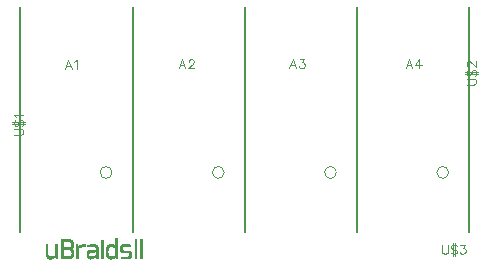
<source format=gto>
G04 DipTrace 3.2.0.1*
G04 td_display_uBraidsII_bigtrans.GTO*
%MOIN*%
G04 #@! TF.FileFunction,Legend,Top*
G04 #@! TF.Part,Single*
%ADD12C,0.001*%
%ADD15C,0.005*%
%ADD17C,0.000013*%
%ADD35C,0.004632*%
%FSLAX26Y26*%
G04*
G70*
G90*
G75*
G01*
G04 TopSilk*
%LPD*%
X699108Y708962D2*
D17*
G02X699108Y708962I19692J0D01*
G01*
X433370Y512097D2*
D15*
Y1260155D1*
X807386Y512097D2*
Y1260155D1*
X1073124Y708962D2*
D17*
G02X1073124Y708962I19692J0D01*
G01*
X807386Y512097D2*
D15*
Y1260155D1*
X1181402Y512097D2*
Y1260155D1*
X1447140Y708962D2*
D17*
G02X1447140Y708962I19692J0D01*
G01*
X1181402Y512097D2*
D15*
Y1260155D1*
X1555417Y512097D2*
Y1260155D1*
X1821156Y708962D2*
D17*
G02X1821156Y708962I19692J0D01*
G01*
X1555417Y512097D2*
D15*
Y1260155D1*
X1929433Y512097D2*
Y1260155D1*
X749839Y491046D2*
D12*
X755839D1*
X749839Y490046D2*
X755839D1*
X749839Y489046D2*
X755839D1*
X749839Y488046D2*
X755839D1*
X749839Y487046D2*
X755839D1*
X567839Y486046D2*
X598839D1*
X749839D2*
X755839D1*
X813839D2*
X819839D1*
X832839D2*
X838839D1*
X567839Y485046D2*
X600642D1*
X749839D2*
X755839D1*
X813839D2*
X819839D1*
X832839D2*
X838839D1*
X567839Y484046D2*
X602223D1*
X749839D2*
X755839D1*
X813839D2*
X819839D1*
X832839D2*
X838839D1*
X567839Y483046D2*
X603523D1*
X700839D2*
X707839D1*
X749839D2*
X755839D1*
X813839D2*
X819839D1*
X832839D2*
X838839D1*
X567839Y482046D2*
X604554D1*
X700839D2*
X707839D1*
X749839D2*
X755839D1*
X813839D2*
X819839D1*
X832839D2*
X838839D1*
X567839Y481046D2*
X605349D1*
X700839D2*
X707839D1*
X749839D2*
X755839D1*
X813839D2*
X819839D1*
X832839D2*
X838839D1*
X567839Y480046D2*
X573839D1*
X596759D2*
X605990D1*
X700839D2*
X707839D1*
X749839D2*
X755839D1*
X813839D2*
X819839D1*
X832839D2*
X838839D1*
X567839Y479046D2*
X573839D1*
X598463D2*
X606547D1*
X700842D2*
X707835D1*
X749839D2*
X755839D1*
X813839D2*
X819839D1*
X832839D2*
X838839D1*
X567839Y478046D2*
X573839D1*
X599813D2*
X607039D1*
X700881D2*
X707797D1*
X749839D2*
X755839D1*
X813839D2*
X819839D1*
X832839D2*
X838839D1*
X567839Y477046D2*
X573839D1*
X600855D2*
X607453D1*
X701035D2*
X707642D1*
X749839D2*
X755839D1*
X813839D2*
X819839D1*
X832839D2*
X838839D1*
X567839Y476046D2*
X573839D1*
X601678D2*
X607808D1*
X701377D2*
X707300D1*
X749839D2*
X755839D1*
X813839D2*
X819839D1*
X832839D2*
X838839D1*
X567839Y475046D2*
X573839D1*
X602249D2*
X608162D1*
X701839D2*
X706839D1*
X749839D2*
X755839D1*
X813839D2*
X819839D1*
X832839D2*
X838839D1*
X567839Y474046D2*
X573839D1*
X602573D2*
X608469D1*
X749839D2*
X755839D1*
X813839D2*
X819839D1*
X832839D2*
X838839D1*
X567839Y473046D2*
X573839D1*
X602729D2*
X608663D1*
X749839D2*
X755839D1*
X813839D2*
X819839D1*
X832839D2*
X838839D1*
X567839Y472046D2*
X573839D1*
X602796D2*
X608764D1*
X749839D2*
X755839D1*
X813839D2*
X819839D1*
X832839D2*
X838839D1*
X567839Y471046D2*
X573839D1*
X602823D2*
X608809D1*
X749839D2*
X755839D1*
X813839D2*
X819839D1*
X832839D2*
X838839D1*
X567839Y470046D2*
X573839D1*
X602833D2*
X608828D1*
X673839D2*
X679839D1*
X749835D2*
X755839D1*
X813839D2*
X819839D1*
X832839D2*
X838839D1*
X517839Y469046D2*
X522839D1*
X548839D2*
X554839D1*
X567839D2*
X573839D1*
X602837D2*
X608835D1*
X618839D2*
X621839D1*
X636839D2*
X647839D1*
X666401D2*
X682254D1*
X701839D2*
X706839D1*
X726839D2*
X739839D1*
X749797D2*
X755839D1*
X771839D2*
X791839D1*
X813839D2*
X819839D1*
X832839D2*
X838839D1*
X517839Y468046D2*
X522839D1*
X548839D2*
X554839D1*
X567839D2*
X573839D1*
X602834D2*
X608833D1*
X618839D2*
X622338D1*
X634377D2*
X647839D1*
X660960D2*
X684339D1*
X701839D2*
X706839D1*
X725377D2*
X743953D1*
X749642D2*
X755839D1*
X770381D2*
X799839D1*
X813839D2*
X819839D1*
X832839D2*
X838839D1*
X517839Y467046D2*
X522839D1*
X548839D2*
X554839D1*
X567839D2*
X573839D1*
X602795D2*
X608799D1*
X618839D2*
X622758D1*
X632086D2*
X647839D1*
X657085D2*
X685951D1*
X701839D2*
X706839D1*
X724094D2*
X747922D1*
X749300D2*
X755839D1*
X769129D2*
X799839D1*
X813839D2*
X819839D1*
X832839D2*
X838839D1*
X517839Y466046D2*
X522839D1*
X548839D2*
X554839D1*
X567839D2*
X573839D1*
X602633D2*
X608672D1*
X618839D2*
X623181D1*
X629902D2*
X647839D1*
X655694D2*
X687109D1*
X701839D2*
X706839D1*
X722983D2*
X755839D1*
X768115D2*
X799839D1*
X813839D2*
X819839D1*
X832839D2*
X838839D1*
X517839Y465046D2*
X522839D1*
X548839D2*
X554839D1*
X567839D2*
X573839D1*
X602258D2*
X608429D1*
X618839D2*
X623659D1*
X627683D2*
X647839D1*
X655229D2*
X688003D1*
X701839D2*
X706839D1*
X722050D2*
X755839D1*
X767329D2*
X799839D1*
X813839D2*
X819839D1*
X832839D2*
X838839D1*
X517839Y464046D2*
X522839D1*
X548839D2*
X554839D1*
X567839D2*
X573839D1*
X601684D2*
X608133D1*
X618839D2*
X624217D1*
X625315D2*
X647839D1*
X654985D2*
X688743D1*
X701839D2*
X706839D1*
X721303D2*
X755839D1*
X766726D2*
X799839D1*
X813839D2*
X819839D1*
X832839D2*
X838839D1*
X517839Y463046D2*
X522839D1*
X548839D2*
X554839D1*
X567839D2*
X573839D1*
X600920D2*
X607796D1*
X618839D2*
X639236D1*
X645839D2*
X647839D1*
X654839D2*
X658839D1*
X681800D2*
X689279D1*
X701839D2*
X706839D1*
X720712D2*
X729919D1*
X739278D2*
X755839D1*
X766296D2*
X774228D1*
X813839D2*
X819839D1*
X832839D2*
X838839D1*
X517839Y462046D2*
X522839D1*
X548839D2*
X554839D1*
X567839D2*
X573839D1*
X599841D2*
X607333D1*
X618839D2*
X635105D1*
X682668D2*
X689622D1*
X701839D2*
X706839D1*
X720254D2*
X728218D1*
X743778D2*
X755839D1*
X766048D2*
X773023D1*
X813839D2*
X819839D1*
X832839D2*
X838839D1*
X517839Y461046D2*
X522839D1*
X548839D2*
X554839D1*
X567839D2*
X573839D1*
X598383D2*
X606751D1*
X618839D2*
X631609D1*
X683390D2*
X689899D1*
X701839D2*
X706839D1*
X719880D2*
X726899D1*
X746823D2*
X755839D1*
X765926D2*
X772226D1*
X813839D2*
X819839D1*
X832839D2*
X838839D1*
X517839Y460046D2*
X522839D1*
X548839D2*
X554839D1*
X567839D2*
X573839D1*
X596663D2*
X606097D1*
X618839D2*
X628769D1*
X683967D2*
X690203D1*
X701839D2*
X706839D1*
X719516D2*
X725949D1*
X748847D2*
X755839D1*
X765873D2*
X771661D1*
X813839D2*
X819839D1*
X832839D2*
X838839D1*
X517839Y459046D2*
X522839D1*
X548839D2*
X554839D1*
X567839D2*
X605251D1*
X618839D2*
X626624D1*
X684386D2*
X690486D1*
X701839D2*
X706839D1*
X719171D2*
X725239D1*
X749477D2*
X755839D1*
X765851D2*
X771264D1*
X813839D2*
X819839D1*
X832839D2*
X838839D1*
X517839Y458046D2*
X522839D1*
X548839D2*
X554839D1*
X567839D2*
X604050D1*
X618839D2*
X624976D1*
X684631D2*
X690670D1*
X701839D2*
X706839D1*
X718848D2*
X724684D1*
X749676D2*
X755839D1*
X765843D2*
X771034D1*
X813839D2*
X819839D1*
X832839D2*
X838839D1*
X517839Y457046D2*
X522839D1*
X548839D2*
X554839D1*
X567839D2*
X602518D1*
X618839D2*
X624290D1*
X684752D2*
X690766D1*
X701839D2*
X706839D1*
X718507D2*
X724279D1*
X749774D2*
X755839D1*
X765840D2*
X770920D1*
X813839D2*
X819839D1*
X832839D2*
X838839D1*
X517839Y456046D2*
X522839D1*
X548839D2*
X554839D1*
X567839D2*
X600839D1*
X618839D2*
X624048D1*
X684805D2*
X690810D1*
X701839D2*
X706839D1*
X718206D2*
X724041D1*
X749815D2*
X755839D1*
X765839D2*
X770874D1*
X813839D2*
X819839D1*
X832839D2*
X838839D1*
X517839Y455046D2*
X522839D1*
X548839D2*
X554839D1*
X567839D2*
X602300D1*
X618839D2*
X623924D1*
X684826D2*
X690828D1*
X701839D2*
X706839D1*
X718013D2*
X723923D1*
X749830D2*
X755839D1*
X765839D2*
X770889D1*
X813839D2*
X819839D1*
X832839D2*
X838839D1*
X517839Y454046D2*
X522839D1*
X548839D2*
X554839D1*
X567839D2*
X603583D1*
X618839D2*
X623871D1*
X684834D2*
X690835D1*
X701839D2*
X706839D1*
X717913D2*
X723868D1*
X749836D2*
X755839D1*
X765839D2*
X771013D1*
X813839D2*
X819839D1*
X832839D2*
X838839D1*
X517839Y453046D2*
X522839D1*
X548839D2*
X554839D1*
X567839D2*
X604694D1*
X618839D2*
X623850D1*
X684837D2*
X690837D1*
X701839D2*
X706839D1*
X717868D2*
X723812D1*
X749838D2*
X755839D1*
X765839D2*
X771297D1*
X813839D2*
X819839D1*
X832839D2*
X838839D1*
X517839Y452046D2*
X522839D1*
X548839D2*
X554839D1*
X567839D2*
X573839D1*
X597604D2*
X605627D1*
X618839D2*
X623843D1*
X684838D2*
X690838D1*
X701839D2*
X706839D1*
X717850D2*
X723676D1*
X749838D2*
X755839D1*
X765842D2*
X771797D1*
X813839D2*
X819839D1*
X832839D2*
X838839D1*
X517839Y451046D2*
X522839D1*
X548839D2*
X554839D1*
X567839D2*
X573839D1*
X599057D2*
X606378D1*
X618839D2*
X623840D1*
X684838D2*
X690838D1*
X701839D2*
X706839D1*
X717842D2*
X723434D1*
X749838D2*
X755839D1*
X765878D2*
X772501D1*
X813839D2*
X819839D1*
X832839D2*
X838839D1*
X517839Y450046D2*
X522839D1*
X548839D2*
X554839D1*
X567839D2*
X573839D1*
X600117D2*
X607000D1*
X618839D2*
X623839D1*
X660839D2*
X690839D1*
X701839D2*
X706839D1*
X717840D2*
X723177D1*
X749839D2*
X755839D1*
X766009D2*
X774217D1*
X813839D2*
X819839D1*
X832839D2*
X838839D1*
X517839Y449046D2*
X522839D1*
X548839D2*
X554839D1*
X567839D2*
X573839D1*
X600891D2*
X607551D1*
X618839D2*
X623839D1*
X659073D2*
X690839D1*
X701839D2*
X706839D1*
X717839D2*
X723002D1*
X749839D2*
X755839D1*
X766288D2*
X776408D1*
X813839D2*
X819839D1*
X832839D2*
X838839D1*
X517839Y448046D2*
X522839D1*
X548839D2*
X554839D1*
X567839D2*
X573839D1*
X601509D2*
X608037D1*
X618839D2*
X623839D1*
X657620D2*
X690839D1*
X701839D2*
X706839D1*
X717839D2*
X722909D1*
X749839D2*
X755839D1*
X766710D2*
X795839D1*
X813839D2*
X819839D1*
X832839D2*
X838839D1*
X517839Y447046D2*
X522839D1*
X548839D2*
X554839D1*
X567839D2*
X573839D1*
X602025D2*
X608414D1*
X618839D2*
X623839D1*
X656560D2*
X690839D1*
X701839D2*
X706839D1*
X717839D2*
X722867D1*
X749839D2*
X755839D1*
X767299D2*
X797296D1*
X813839D2*
X819839D1*
X832839D2*
X838839D1*
X517839Y446046D2*
X522839D1*
X548839D2*
X554839D1*
X567839D2*
X573839D1*
X602448D2*
X608642D1*
X618839D2*
X623839D1*
X655786D2*
X690839D1*
X701839D2*
X706839D1*
X717839D2*
X722849D1*
X749839D2*
X755839D1*
X768130D2*
X798548D1*
X813839D2*
X819839D1*
X832839D2*
X838839D1*
X517839Y445046D2*
X522839D1*
X548839D2*
X554839D1*
X567839D2*
X573839D1*
X602806D2*
X608756D1*
X618839D2*
X623839D1*
X655168D2*
X676839D1*
X684839D2*
X690839D1*
X701839D2*
X706839D1*
X717839D2*
X722846D1*
X749839D2*
X755839D1*
X769318D2*
X799562D1*
X813839D2*
X819839D1*
X832839D2*
X838839D1*
X517839Y444046D2*
X522839D1*
X548839D2*
X554839D1*
X567839D2*
X573839D1*
X603161D2*
X608806D1*
X618839D2*
X623839D1*
X654656D2*
X664274D1*
X684839D2*
X690839D1*
X701839D2*
X706839D1*
X717839D2*
X722879D1*
X749839D2*
X755839D1*
X770947D2*
X800348D1*
X813839D2*
X819839D1*
X832839D2*
X838839D1*
X517839Y443046D2*
X522839D1*
X548839D2*
X554839D1*
X567839D2*
X573839D1*
X603468D2*
X608827D1*
X618839D2*
X623839D1*
X654268D2*
X662267D1*
X684839D2*
X690839D1*
X701839D2*
X706839D1*
X717839D2*
X723006D1*
X749839D2*
X755839D1*
X772839D2*
X800951D1*
X813839D2*
X819839D1*
X832839D2*
X838839D1*
X517839Y442046D2*
X522839D1*
X548839D2*
X554839D1*
X567839D2*
X573839D1*
X603663D2*
X608834D1*
X618839D2*
X623839D1*
X654037D2*
X660763D1*
X684839D2*
X690839D1*
X701839D2*
X706839D1*
X717839D2*
X723245D1*
X749839D2*
X755839D1*
X794680D2*
X801381D1*
X813839D2*
X819839D1*
X832839D2*
X838839D1*
X517839Y441046D2*
X522839D1*
X548839D2*
X554839D1*
X567839D2*
X573839D1*
X603760D2*
X608837D1*
X618839D2*
X623839D1*
X653922D2*
X660127D1*
X684839D2*
X690839D1*
X701839D2*
X706839D1*
X717839D2*
X723501D1*
X749839D2*
X755839D1*
X795393D2*
X801629D1*
X813839D2*
X819839D1*
X832839D2*
X838839D1*
X517839Y440046D2*
X522839D1*
X548839D2*
X554839D1*
X567839D2*
X573839D1*
X603770D2*
X608838D1*
X618839D2*
X623839D1*
X653871D2*
X659623D1*
X684839D2*
X690839D1*
X701839D2*
X706839D1*
X717842D2*
X723675D1*
X749839D2*
X755839D1*
X795968D2*
X801751D1*
X813839D2*
X819839D1*
X832839D2*
X838839D1*
X517839Y439046D2*
X522839D1*
X548839D2*
X554839D1*
X567839D2*
X573839D1*
X603661D2*
X608838D1*
X618839D2*
X623839D1*
X653851D2*
X659250D1*
X684839D2*
X690839D1*
X701839D2*
X706839D1*
X717878D2*
X723772D1*
X749839D2*
X755839D1*
X796387D2*
X801805D1*
X813839D2*
X819839D1*
X832839D2*
X838839D1*
X517839Y438046D2*
X522842D1*
X548839D2*
X554839D1*
X567839D2*
X573839D1*
X603425D2*
X608839D1*
X618839D2*
X623839D1*
X653843D2*
X659028D1*
X684839D2*
X690839D1*
X701839D2*
X706839D1*
X718005D2*
X723850D1*
X749839D2*
X755839D1*
X796631D2*
X801826D1*
X813839D2*
X819839D1*
X832839D2*
X838839D1*
X517839Y437046D2*
X522878D1*
X548839D2*
X554839D1*
X567839D2*
X573839D1*
X603136D2*
X608835D1*
X618839D2*
X623839D1*
X653840D2*
X658918D1*
X684839D2*
X690839D1*
X701839D2*
X706839D1*
X718245D2*
X723995D1*
X749839D2*
X755839D1*
X796752D2*
X801834D1*
X813839D2*
X819839D1*
X832839D2*
X838839D1*
X517839Y436046D2*
X523005D1*
X548831D2*
X554839D1*
X567839D2*
X573839D1*
X602831D2*
X608800D1*
X618839D2*
X623839D1*
X653839D2*
X658874D1*
X684827D2*
X690839D1*
X701839D2*
X706839D1*
X718505D2*
X724245D1*
X749835D2*
X755839D1*
X796805D2*
X801837D1*
X813839D2*
X819839D1*
X832839D2*
X838839D1*
X517842Y435046D2*
X523248D1*
X548753D2*
X554839D1*
X567839D2*
X573839D1*
X602460D2*
X608672D1*
X618839D2*
X623839D1*
X653839D2*
X658889D1*
X684710D2*
X690839D1*
X701839D2*
X706839D1*
X718714D2*
X724543D1*
X749788D2*
X755839D1*
X796822D2*
X801838D1*
X813839D2*
X819839D1*
X832839D2*
X838839D1*
X517878Y434046D2*
X523544D1*
X548565D2*
X554839D1*
X567839D2*
X573839D1*
X601991D2*
X608429D1*
X618839D2*
X623839D1*
X653839D2*
X659013D1*
X684428D2*
X690839D1*
X701839D2*
X706839D1*
X718935D2*
X724884D1*
X749671D2*
X755839D1*
X796795D2*
X801838D1*
X813839D2*
X819839D1*
X832839D2*
X838839D1*
X518009Y433046D2*
X523885D1*
X547602D2*
X554839D1*
X567839D2*
X573839D1*
X601354D2*
X608133D1*
X618839D2*
X623839D1*
X653843D2*
X659289D1*
X683001D2*
X690839D1*
X701839D2*
X706839D1*
X719220D2*
X725383D1*
X749044D2*
X755839D1*
X796663D2*
X801839D1*
X813839D2*
X819839D1*
X832839D2*
X838839D1*
X518284Y432046D2*
X524310D1*
X546040D2*
X554839D1*
X567839D2*
X573839D1*
X600426D2*
X607796D1*
X618839D2*
X623839D1*
X653878D2*
X659738D1*
X680739D2*
X690839D1*
X701839D2*
X706839D1*
X719533D2*
X726120D1*
X747274D2*
X755839D1*
X796346D2*
X801839D1*
X813839D2*
X819839D1*
X832839D2*
X838839D1*
X518671Y431046D2*
X525202D1*
X543534D2*
X554839D1*
X567839D2*
X573839D1*
X599142D2*
X607333D1*
X618839D2*
X623839D1*
X654005D2*
X660337D1*
X677379D2*
X690839D1*
X701839D2*
X706839D1*
X719877D2*
X727035D1*
X744429D2*
X755839D1*
X795877D2*
X801835D1*
X813839D2*
X819839D1*
X832839D2*
X838839D1*
X519124Y430046D2*
X528017D1*
X539312D2*
X554839D1*
X567839D2*
X573839D1*
X597556D2*
X606755D1*
X618839D2*
X623839D1*
X654248D2*
X662359D1*
X672443D2*
X690839D1*
X701839D2*
X706839D1*
X720343D2*
X729390D1*
X739774D2*
X755839D1*
X794807D2*
X801800D1*
X813839D2*
X819839D1*
X832839D2*
X838839D1*
X519640Y429046D2*
X532777D1*
X532780D2*
X554839D1*
X567839D2*
X606140D1*
X618839D2*
X623839D1*
X654544D2*
X665672D1*
X665667D2*
X690839D1*
X701839D2*
X706839D1*
X720921D2*
X733145D1*
X732932D2*
X755839D1*
X793408D2*
X801668D1*
X813839D2*
X819839D1*
X832839D2*
X838839D1*
X520263Y428046D2*
X554839D1*
X567839D2*
X605457D1*
X618839D2*
X623839D1*
X654885D2*
X690839D1*
X701839D2*
X706839D1*
X721537D2*
X755839D1*
X767839D2*
X801390D1*
X813839D2*
X819839D1*
X832839D2*
X838839D1*
X521039Y427046D2*
X546839D1*
X549877D2*
X554839D1*
X567839D2*
X604614D1*
X618839D2*
X623839D1*
X655388D2*
X681676D1*
X684646D2*
X690839D1*
X701839D2*
X706839D1*
X722221D2*
X747835D1*
X750877D2*
X755839D1*
X767839D2*
X800963D1*
X813839D2*
X819839D1*
X832839D2*
X838839D1*
X521968Y426046D2*
X544831D1*
X550006D2*
X554839D1*
X567839D2*
X603512D1*
X618839D2*
X623839D1*
X656139D2*
X679346D1*
X685269D2*
X690839D1*
X701839D2*
X706839D1*
X723071D2*
X745784D1*
X751006D2*
X755839D1*
X767839D2*
X800344D1*
X813839D2*
X819839D1*
X832839D2*
X838839D1*
X523122Y425046D2*
X542755D1*
X550254D2*
X554839D1*
X567839D2*
X602001D1*
X618839D2*
X623839D1*
X657236D2*
X676717D1*
X685759D2*
X690839D1*
X701839D2*
X706839D1*
X724249D2*
X743503D1*
X751254D2*
X755839D1*
X767839D2*
X799435D1*
X813839D2*
X819839D1*
X832839D2*
X838839D1*
X524659Y424046D2*
X540446D1*
X550551D2*
X554839D1*
X567839D2*
X600039D1*
X618839D2*
X623839D1*
X658884D2*
X673581D1*
X686271D2*
X690839D1*
X701839D2*
X706839D1*
X726070D2*
X740637D1*
X751551D2*
X755839D1*
X767839D2*
X798220D1*
X813839D2*
X819839D1*
X832839D2*
X838839D1*
X526632Y423046D2*
X537762D1*
X550839D2*
X554839D1*
X567839D2*
X597839D1*
X618839D2*
X623839D1*
X661181D2*
X669862D1*
X686839D2*
X690839D1*
X701839D2*
X706839D1*
X728715D2*
X736972D1*
X751839D2*
X755839D1*
X774839D2*
X796839D1*
X813839D2*
X819839D1*
X832839D2*
X838839D1*
X528839Y422046D2*
X534839D1*
X663839D2*
X665839D1*
X731839D2*
X732839D1*
X749839Y491046D2*
Y490046D1*
Y489046D1*
Y488046D1*
Y487046D1*
Y486046D1*
Y485046D1*
Y484046D1*
Y483046D1*
Y482046D1*
Y481046D1*
Y480046D1*
Y479046D1*
Y478046D1*
Y477046D1*
Y476046D1*
Y475046D1*
Y474046D1*
Y473046D1*
Y472046D1*
Y471046D1*
X749835Y470046D1*
X749797Y469046D1*
X749642Y468046D1*
X749300Y467046D1*
X748839Y466046D1*
X755839Y491046D2*
Y490046D1*
Y489046D1*
Y488046D1*
Y487046D1*
Y486046D1*
Y485046D1*
Y484046D1*
Y483046D1*
Y482046D1*
Y481046D1*
Y480046D1*
Y479046D1*
Y478046D1*
Y477046D1*
Y476046D1*
Y475046D1*
Y474046D1*
Y473046D1*
Y472046D1*
Y471046D1*
Y470046D1*
Y469046D1*
Y468046D1*
Y467046D1*
Y466046D1*
Y465046D1*
Y464046D1*
Y463046D1*
Y462046D1*
Y461046D1*
Y460046D1*
Y459046D1*
Y458046D1*
Y457046D1*
Y456046D1*
Y455046D1*
Y454046D1*
Y453046D1*
Y452046D1*
Y451046D1*
Y450046D1*
Y449046D1*
Y448046D1*
Y447046D1*
Y446046D1*
Y445046D1*
Y444046D1*
Y443046D1*
Y442046D1*
Y441046D1*
Y440046D1*
Y439046D1*
Y438046D1*
Y437046D1*
Y436046D1*
Y435046D1*
Y434046D1*
Y433046D1*
Y432046D1*
Y431046D1*
Y430046D1*
Y429046D1*
Y428046D1*
Y427046D1*
Y426046D1*
Y425046D1*
Y424046D1*
Y423046D1*
X567839Y486046D2*
Y485046D1*
Y484046D1*
Y483046D1*
Y482046D1*
Y481046D1*
Y480046D1*
Y479046D1*
Y478046D1*
Y477046D1*
Y476046D1*
Y475046D1*
Y474046D1*
Y473046D1*
Y472046D1*
Y471046D1*
Y470046D1*
Y469046D1*
Y468046D1*
Y467046D1*
Y466046D1*
Y465046D1*
Y464046D1*
Y463046D1*
Y462046D1*
Y461046D1*
Y460046D1*
Y459046D1*
Y458046D1*
Y457046D1*
Y456046D1*
Y455046D1*
Y454046D1*
Y453046D1*
Y452046D1*
Y451046D1*
Y450046D1*
Y449046D1*
Y448046D1*
Y447046D1*
Y446046D1*
Y445046D1*
Y444046D1*
Y443046D1*
Y442046D1*
Y441046D1*
Y440046D1*
Y439046D1*
Y438046D1*
Y437046D1*
Y436046D1*
Y435046D1*
Y434046D1*
Y433046D1*
Y432046D1*
Y431046D1*
Y430046D1*
Y429046D1*
Y428046D1*
Y427046D1*
Y426046D1*
Y425046D1*
Y424046D1*
Y423046D1*
X598839Y486046D2*
X600642Y485046D1*
X602223Y484046D1*
X603523Y483046D1*
X604554Y482046D1*
X605349Y481046D1*
X605990Y480046D1*
X606547Y479046D1*
X607039Y478046D1*
X607453Y477046D1*
X607808Y476046D1*
X608162Y475046D1*
X608469Y474046D1*
X608663Y473046D1*
X608764Y472046D1*
X608809Y471046D1*
X608828Y470046D1*
X608835Y469046D1*
X608833Y468046D1*
X608799Y467046D1*
X608672Y466046D1*
X608429Y465046D1*
X608133Y464046D1*
X607796Y463046D1*
X607333Y462046D1*
X606751Y461046D1*
X606097Y460046D1*
X605251Y459046D1*
X604050Y458046D1*
X602518Y457046D1*
X600839Y456046D1*
X602300Y455046D1*
X603583Y454046D1*
X604694Y453046D1*
X605627Y452046D1*
X606378Y451046D1*
X607000Y450046D1*
X607551Y449046D1*
X608037Y448046D1*
X608414Y447046D1*
X608642Y446046D1*
X608756Y445046D1*
X608806Y444046D1*
X608827Y443046D1*
X608834Y442046D1*
X608837Y441046D1*
X608838Y440046D1*
Y439046D1*
X608839Y438046D1*
X608835Y437046D1*
X608800Y436046D1*
X608672Y435046D1*
X608429Y434046D1*
X608133Y433046D1*
X607796Y432046D1*
X607333Y431046D1*
X606755Y430046D1*
X606140Y429046D1*
X605457Y428046D1*
X604614Y427046D1*
X603512Y426046D1*
X602001Y425046D1*
X600039Y424046D1*
X597839Y423046D1*
X813839Y486046D2*
Y485046D1*
Y484046D1*
Y483046D1*
Y482046D1*
Y481046D1*
Y480046D1*
Y479046D1*
Y478046D1*
Y477046D1*
Y476046D1*
Y475046D1*
Y474046D1*
Y473046D1*
Y472046D1*
Y471046D1*
Y470046D1*
Y469046D1*
Y468046D1*
Y467046D1*
Y466046D1*
Y465046D1*
Y464046D1*
Y463046D1*
Y462046D1*
Y461046D1*
Y460046D1*
Y459046D1*
Y458046D1*
Y457046D1*
Y456046D1*
Y455046D1*
Y454046D1*
Y453046D1*
Y452046D1*
Y451046D1*
Y450046D1*
Y449046D1*
Y448046D1*
Y447046D1*
Y446046D1*
Y445046D1*
Y444046D1*
Y443046D1*
Y442046D1*
Y441046D1*
Y440046D1*
Y439046D1*
Y438046D1*
Y437046D1*
Y436046D1*
Y435046D1*
Y434046D1*
Y433046D1*
Y432046D1*
Y431046D1*
Y430046D1*
Y429046D1*
Y428046D1*
Y427046D1*
Y426046D1*
Y425046D1*
Y424046D1*
Y423046D1*
X819839Y486046D2*
Y485046D1*
Y484046D1*
Y483046D1*
Y482046D1*
Y481046D1*
Y480046D1*
Y479046D1*
Y478046D1*
Y477046D1*
Y476046D1*
Y475046D1*
Y474046D1*
Y473046D1*
Y472046D1*
Y471046D1*
Y470046D1*
Y469046D1*
Y468046D1*
Y467046D1*
Y466046D1*
Y465046D1*
Y464046D1*
Y463046D1*
Y462046D1*
Y461046D1*
Y460046D1*
Y459046D1*
Y458046D1*
Y457046D1*
Y456046D1*
Y455046D1*
Y454046D1*
Y453046D1*
Y452046D1*
Y451046D1*
Y450046D1*
Y449046D1*
Y448046D1*
Y447046D1*
Y446046D1*
Y445046D1*
Y444046D1*
Y443046D1*
Y442046D1*
Y441046D1*
Y440046D1*
Y439046D1*
Y438046D1*
Y437046D1*
Y436046D1*
Y435046D1*
Y434046D1*
Y433046D1*
Y432046D1*
Y431046D1*
Y430046D1*
Y429046D1*
Y428046D1*
Y427046D1*
Y426046D1*
Y425046D1*
Y424046D1*
Y423046D1*
X832839Y486046D2*
Y485046D1*
Y484046D1*
Y483046D1*
Y482046D1*
Y481046D1*
Y480046D1*
Y479046D1*
Y478046D1*
Y477046D1*
Y476046D1*
Y475046D1*
Y474046D1*
Y473046D1*
Y472046D1*
Y471046D1*
Y470046D1*
Y469046D1*
Y468046D1*
Y467046D1*
Y466046D1*
Y465046D1*
Y464046D1*
Y463046D1*
Y462046D1*
Y461046D1*
Y460046D1*
Y459046D1*
Y458046D1*
Y457046D1*
Y456046D1*
Y455046D1*
Y454046D1*
Y453046D1*
Y452046D1*
Y451046D1*
Y450046D1*
Y449046D1*
Y448046D1*
Y447046D1*
Y446046D1*
Y445046D1*
Y444046D1*
Y443046D1*
Y442046D1*
Y441046D1*
Y440046D1*
Y439046D1*
Y438046D1*
Y437046D1*
Y436046D1*
Y435046D1*
Y434046D1*
Y433046D1*
Y432046D1*
Y431046D1*
Y430046D1*
Y429046D1*
Y428046D1*
Y427046D1*
Y426046D1*
Y425046D1*
Y424046D1*
Y423046D1*
X838839Y486046D2*
Y485046D1*
Y484046D1*
Y483046D1*
Y482046D1*
Y481046D1*
Y480046D1*
Y479046D1*
Y478046D1*
Y477046D1*
Y476046D1*
Y475046D1*
Y474046D1*
Y473046D1*
Y472046D1*
Y471046D1*
Y470046D1*
Y469046D1*
Y468046D1*
Y467046D1*
Y466046D1*
Y465046D1*
Y464046D1*
Y463046D1*
Y462046D1*
Y461046D1*
Y460046D1*
Y459046D1*
Y458046D1*
Y457046D1*
Y456046D1*
Y455046D1*
Y454046D1*
Y453046D1*
Y452046D1*
Y451046D1*
Y450046D1*
Y449046D1*
Y448046D1*
Y447046D1*
Y446046D1*
Y445046D1*
Y444046D1*
Y443046D1*
Y442046D1*
Y441046D1*
Y440046D1*
Y439046D1*
Y438046D1*
Y437046D1*
Y436046D1*
Y435046D1*
Y434046D1*
Y433046D1*
Y432046D1*
Y431046D1*
Y430046D1*
Y429046D1*
Y428046D1*
Y427046D1*
Y426046D1*
Y425046D1*
Y424046D1*
Y423046D1*
X700839Y483046D2*
Y482046D1*
Y481046D1*
Y480046D1*
X700842Y479046D1*
X700881Y478046D1*
X701035Y477046D1*
X701377Y476046D1*
X701839Y475046D1*
X707839Y483046D2*
Y482046D1*
Y481046D1*
Y480046D1*
X707835Y479046D1*
X707797Y478046D1*
X707642Y477046D1*
X707300Y476046D1*
X706839Y475046D1*
X573839Y481046D2*
Y480046D1*
Y479046D1*
Y478046D1*
Y477046D1*
Y476046D1*
Y475046D1*
Y474046D1*
Y473046D1*
Y472046D1*
Y471046D1*
Y470046D1*
Y469046D1*
Y468046D1*
Y467046D1*
Y466046D1*
Y465046D1*
Y464046D1*
Y463046D1*
Y462046D1*
Y461046D1*
Y460046D1*
Y459046D1*
X594839Y481046D2*
X596759Y480046D1*
X598463Y479046D1*
X599813Y478046D1*
X600855Y477046D1*
X601678Y476046D1*
X602249Y475046D1*
X602573Y474046D1*
X602729Y473046D1*
X602796Y472046D1*
X602823Y471046D1*
X602833Y470046D1*
X602837Y469046D1*
X602834Y468046D1*
X602795Y467046D1*
X602633Y466046D1*
X602258Y465046D1*
X601684Y464046D1*
X600920Y463046D1*
X599841Y462046D1*
X598383Y461046D1*
X596663Y460046D1*
X594839Y459046D1*
X673839Y470046D2*
X666401Y469046D1*
X660960Y468046D1*
X657085Y467046D1*
X655694Y466046D1*
X655229Y465046D1*
X654985Y464046D1*
X654839Y463046D1*
X679839Y470046D2*
X682254Y469046D1*
X684339Y468046D1*
X685951Y467046D1*
X687109Y466046D1*
X688003Y465046D1*
X688743Y464046D1*
X689279Y463046D1*
X689622Y462046D1*
X689899Y461046D1*
X690203Y460046D1*
X690486Y459046D1*
X690670Y458046D1*
X690766Y457046D1*
X690810Y456046D1*
X690828Y455046D1*
X690835Y454046D1*
X690837Y453046D1*
X690838Y452046D1*
Y451046D1*
X690839Y450046D1*
Y449046D1*
Y448046D1*
Y447046D1*
Y446046D1*
Y445046D1*
Y444046D1*
Y443046D1*
Y442046D1*
Y441046D1*
Y440046D1*
Y439046D1*
Y438046D1*
Y437046D1*
Y436046D1*
Y435046D1*
Y434046D1*
Y433046D1*
Y432046D1*
Y431046D1*
Y430046D1*
Y429046D1*
Y428046D1*
Y427046D1*
Y426046D1*
Y425046D1*
Y424046D1*
Y423046D1*
X517839Y469046D2*
Y468046D1*
Y467046D1*
Y466046D1*
Y465046D1*
Y464046D1*
Y463046D1*
Y462046D1*
Y461046D1*
Y460046D1*
Y459046D1*
Y458046D1*
Y457046D1*
Y456046D1*
Y455046D1*
Y454046D1*
Y453046D1*
Y452046D1*
Y451046D1*
Y450046D1*
Y449046D1*
Y448046D1*
Y447046D1*
Y446046D1*
Y445046D1*
Y444046D1*
Y443046D1*
Y442046D1*
Y441046D1*
Y440046D1*
Y439046D1*
Y438046D1*
Y437046D1*
Y436046D1*
X517842Y435046D1*
X517878Y434046D1*
X518009Y433046D1*
X518284Y432046D1*
X518671Y431046D1*
X519124Y430046D1*
X519640Y429046D1*
X520263Y428046D1*
X521039Y427046D1*
X521968Y426046D1*
X523122Y425046D1*
X524659Y424046D1*
X526632Y423046D1*
X528839Y422046D1*
X522839Y469046D2*
Y468046D1*
Y467046D1*
Y466046D1*
Y465046D1*
Y464046D1*
Y463046D1*
Y462046D1*
Y461046D1*
Y460046D1*
Y459046D1*
Y458046D1*
Y457046D1*
Y456046D1*
Y455046D1*
Y454046D1*
Y453046D1*
Y452046D1*
Y451046D1*
Y450046D1*
Y449046D1*
Y448046D1*
Y447046D1*
Y446046D1*
Y445046D1*
Y444046D1*
Y443046D1*
Y442046D1*
Y441046D1*
Y440046D1*
Y439046D1*
X522842Y438046D1*
X522878Y437046D1*
X523005Y436046D1*
X523248Y435046D1*
X523544Y434046D1*
X523885Y433046D1*
X524310Y432046D1*
X525202Y431046D1*
X528017Y430046D1*
X532777Y429046D1*
X538839Y428046D1*
X548839Y469046D2*
Y468046D1*
Y467046D1*
Y466046D1*
Y465046D1*
Y464046D1*
Y463046D1*
Y462046D1*
Y461046D1*
Y460046D1*
Y459046D1*
Y458046D1*
Y457046D1*
Y456046D1*
Y455046D1*
Y454046D1*
Y453046D1*
Y452046D1*
Y451046D1*
Y450046D1*
Y449046D1*
Y448046D1*
Y447046D1*
Y446046D1*
Y445046D1*
Y444046D1*
Y443046D1*
Y442046D1*
Y441046D1*
Y440046D1*
Y439046D1*
Y438046D1*
Y437046D1*
X548831Y436046D1*
X548753Y435046D1*
X548565Y434046D1*
X547602Y433046D1*
X546040Y432046D1*
X543534Y431046D1*
X539312Y430046D1*
X532780Y429046D1*
X524839Y428046D1*
X554839Y469046D2*
Y468046D1*
Y467046D1*
Y466046D1*
Y465046D1*
Y464046D1*
Y463046D1*
Y462046D1*
Y461046D1*
Y460046D1*
Y459046D1*
Y458046D1*
Y457046D1*
Y456046D1*
Y455046D1*
Y454046D1*
Y453046D1*
Y452046D1*
Y451046D1*
Y450046D1*
Y449046D1*
Y448046D1*
Y447046D1*
Y446046D1*
Y445046D1*
Y444046D1*
Y443046D1*
Y442046D1*
Y441046D1*
Y440046D1*
Y439046D1*
Y438046D1*
Y437046D1*
Y436046D1*
Y435046D1*
Y434046D1*
Y433046D1*
Y432046D1*
Y431046D1*
Y430046D1*
Y429046D1*
Y428046D1*
Y427046D1*
Y426046D1*
Y425046D1*
Y424046D1*
Y423046D1*
X618839Y469046D2*
Y468046D1*
Y467046D1*
Y466046D1*
Y465046D1*
Y464046D1*
Y463046D1*
Y462046D1*
Y461046D1*
Y460046D1*
Y459046D1*
Y458046D1*
Y457046D1*
Y456046D1*
Y455046D1*
Y454046D1*
Y453046D1*
Y452046D1*
Y451046D1*
Y450046D1*
Y449046D1*
Y448046D1*
Y447046D1*
Y446046D1*
Y445046D1*
Y444046D1*
Y443046D1*
Y442046D1*
Y441046D1*
Y440046D1*
Y439046D1*
Y438046D1*
Y437046D1*
Y436046D1*
Y435046D1*
Y434046D1*
Y433046D1*
Y432046D1*
Y431046D1*
Y430046D1*
Y429046D1*
Y428046D1*
Y427046D1*
Y426046D1*
Y425046D1*
Y424046D1*
Y423046D1*
X621839Y469046D2*
X622338Y468046D1*
X622758Y467046D1*
X623181Y466046D1*
X623659Y465046D1*
X624217Y464046D1*
X624839Y463046D1*
X636839Y469046D2*
X634377Y468046D1*
X632086Y467046D1*
X629902Y466046D1*
X627683Y465046D1*
X625315Y464046D1*
X622839Y463046D1*
X647839Y469046D2*
Y468046D1*
Y467046D1*
Y466046D1*
Y465046D1*
Y464046D1*
Y463046D1*
X701839Y469046D2*
Y468046D1*
Y467046D1*
Y466046D1*
Y465046D1*
Y464046D1*
Y463046D1*
Y462046D1*
Y461046D1*
Y460046D1*
Y459046D1*
Y458046D1*
Y457046D1*
Y456046D1*
Y455046D1*
Y454046D1*
Y453046D1*
Y452046D1*
Y451046D1*
Y450046D1*
Y449046D1*
Y448046D1*
Y447046D1*
Y446046D1*
Y445046D1*
Y444046D1*
Y443046D1*
Y442046D1*
Y441046D1*
Y440046D1*
Y439046D1*
Y438046D1*
Y437046D1*
Y436046D1*
Y435046D1*
Y434046D1*
Y433046D1*
Y432046D1*
Y431046D1*
Y430046D1*
Y429046D1*
Y428046D1*
Y427046D1*
Y426046D1*
Y425046D1*
Y424046D1*
Y423046D1*
X706839Y469046D2*
Y468046D1*
Y467046D1*
Y466046D1*
Y465046D1*
Y464046D1*
Y463046D1*
Y462046D1*
Y461046D1*
Y460046D1*
Y459046D1*
Y458046D1*
Y457046D1*
Y456046D1*
Y455046D1*
Y454046D1*
Y453046D1*
Y452046D1*
Y451046D1*
Y450046D1*
Y449046D1*
Y448046D1*
Y447046D1*
Y446046D1*
Y445046D1*
Y444046D1*
Y443046D1*
Y442046D1*
Y441046D1*
Y440046D1*
Y439046D1*
Y438046D1*
Y437046D1*
Y436046D1*
Y435046D1*
Y434046D1*
Y433046D1*
Y432046D1*
Y431046D1*
Y430046D1*
Y429046D1*
Y428046D1*
Y427046D1*
Y426046D1*
Y425046D1*
Y424046D1*
Y423046D1*
X726839Y469046D2*
X725377Y468046D1*
X724094Y467046D1*
X722983Y466046D1*
X722050Y465046D1*
X721303Y464046D1*
X720712Y463046D1*
X720254Y462046D1*
X719880Y461046D1*
X719516Y460046D1*
X719171Y459046D1*
X718848Y458046D1*
X718507Y457046D1*
X718206Y456046D1*
X718013Y455046D1*
X717913Y454046D1*
X717868Y453046D1*
X717850Y452046D1*
X717842Y451046D1*
X717840Y450046D1*
X717839Y449046D1*
Y448046D1*
Y447046D1*
Y446046D1*
Y445046D1*
Y444046D1*
Y443046D1*
Y442046D1*
Y441046D1*
X717842Y440046D1*
X717878Y439046D1*
X718005Y438046D1*
X718245Y437046D1*
X718505Y436046D1*
X718714Y435046D1*
X718935Y434046D1*
X719220Y433046D1*
X719533Y432046D1*
X719877Y431046D1*
X720343Y430046D1*
X720921Y429046D1*
X721537Y428046D1*
X722221Y427046D1*
X723071Y426046D1*
X724249Y425046D1*
X726070Y424046D1*
X728715Y423046D1*
X731839Y422046D1*
X739839Y469046D2*
X743953Y468046D1*
X747922Y467046D1*
X751839Y466046D1*
X771839Y469046D2*
X770381Y468046D1*
X769129Y467046D1*
X768115Y466046D1*
X767329Y465046D1*
X766726Y464046D1*
X766296Y463046D1*
X766048Y462046D1*
X765926Y461046D1*
X765873Y460046D1*
X765851Y459046D1*
X765843Y458046D1*
X765840Y457046D1*
X765839Y456046D1*
Y455046D1*
Y454046D1*
Y453046D1*
X765842Y452046D1*
X765878Y451046D1*
X766009Y450046D1*
X766288Y449046D1*
X766710Y448046D1*
X767299Y447046D1*
X768130Y446046D1*
X769318Y445046D1*
X770947Y444046D1*
X772839Y443046D1*
X791839Y469046D2*
X799839Y468046D1*
Y467046D1*
Y466046D1*
Y465046D1*
Y464046D1*
X643839D2*
X639236Y463046D1*
X635105Y462046D1*
X631609Y461046D1*
X628769Y460046D1*
X626624Y459046D1*
X624976Y458046D1*
X624290Y457046D1*
X624048Y456046D1*
X623924Y455046D1*
X623871Y454046D1*
X623850Y453046D1*
X623843Y452046D1*
X623840Y451046D1*
X623839Y450046D1*
Y449046D1*
Y448046D1*
Y447046D1*
Y446046D1*
Y445046D1*
Y444046D1*
Y443046D1*
Y442046D1*
Y441046D1*
Y440046D1*
Y439046D1*
Y438046D1*
Y437046D1*
Y436046D1*
Y435046D1*
Y434046D1*
Y433046D1*
Y432046D1*
Y431046D1*
Y430046D1*
Y429046D1*
Y428046D1*
Y427046D1*
Y426046D1*
Y425046D1*
Y424046D1*
Y423046D1*
X644839Y464046D2*
X645839Y463046D1*
X659839Y464046D2*
X658839Y463046D1*
X680839Y464046D2*
X681800Y463046D1*
X682668Y462046D1*
X683390Y461046D1*
X683967Y460046D1*
X684386Y459046D1*
X684631Y458046D1*
X684752Y457046D1*
X684805Y456046D1*
X684826Y455046D1*
X684834Y454046D1*
X684837Y453046D1*
X684838Y452046D1*
Y451046D1*
X684839Y450046D1*
X731839Y464046D2*
X729919Y463046D1*
X728218Y462046D1*
X726899Y461046D1*
X725949Y460046D1*
X725239Y459046D1*
X724684Y458046D1*
X724279Y457046D1*
X724041Y456046D1*
X723923Y455046D1*
X723868Y454046D1*
X723812Y453046D1*
X723676Y452046D1*
X723434Y451046D1*
X723177Y450046D1*
X723002Y449046D1*
X722909Y448046D1*
X722867Y447046D1*
X722849Y446046D1*
X722846Y445046D1*
X722879Y444046D1*
X723006Y443046D1*
X723245Y442046D1*
X723501Y441046D1*
X723675Y440046D1*
X723772Y439046D1*
X723850Y438046D1*
X723995Y437046D1*
X724245Y436046D1*
X724543Y435046D1*
X724884Y434046D1*
X725383Y433046D1*
X726120Y432046D1*
X727035Y431046D1*
X729390Y430046D1*
X733145Y429046D1*
X737839Y428046D1*
X733839Y464046D2*
X739278Y463046D1*
X743778Y462046D1*
X746823Y461046D1*
X748847Y460046D1*
X749477Y459046D1*
X749676Y458046D1*
X749774Y457046D1*
X749815Y456046D1*
X749830Y455046D1*
X749836Y454046D1*
X749838Y453046D1*
Y452046D1*
Y451046D1*
X749839Y450046D1*
Y449046D1*
Y448046D1*
Y447046D1*
Y446046D1*
Y445046D1*
Y444046D1*
Y443046D1*
Y442046D1*
Y441046D1*
Y440046D1*
Y439046D1*
Y438046D1*
Y437046D1*
X749835Y436046D1*
X749788Y435046D1*
X749671Y434046D1*
X749044Y433046D1*
X747274Y432046D1*
X744429Y431046D1*
X739774Y430046D1*
X732932Y429046D1*
X724839Y428046D1*
X775839Y464046D2*
X774228Y463046D1*
X773023Y462046D1*
X772226Y461046D1*
X771661Y460046D1*
X771264Y459046D1*
X771034Y458046D1*
X770920Y457046D1*
X770874Y456046D1*
X770889Y455046D1*
X771013Y454046D1*
X771297Y453046D1*
X771797Y452046D1*
X772501Y451046D1*
X774217Y450046D1*
X776408Y449046D1*
X778839Y448046D1*
X573839Y453046D2*
Y452046D1*
Y451046D1*
Y450046D1*
Y449046D1*
Y448046D1*
Y447046D1*
Y446046D1*
Y445046D1*
Y444046D1*
Y443046D1*
Y442046D1*
Y441046D1*
Y440046D1*
Y439046D1*
Y438046D1*
Y437046D1*
Y436046D1*
Y435046D1*
Y434046D1*
Y433046D1*
Y432046D1*
Y431046D1*
Y430046D1*
Y429046D1*
X595839Y453046D2*
X597604Y452046D1*
X599057Y451046D1*
X600117Y450046D1*
X600891Y449046D1*
X601509Y448046D1*
X602025Y447046D1*
X602448Y446046D1*
X602806Y445046D1*
X603161Y444046D1*
X603468Y443046D1*
X603663Y442046D1*
X603760Y441046D1*
X603770Y440046D1*
X603661Y439046D1*
X603425Y438046D1*
X603136Y437046D1*
X602831Y436046D1*
X602460Y435046D1*
X601991Y434046D1*
X601354Y433046D1*
X600426Y432046D1*
X599142Y431046D1*
X597556Y430046D1*
X595839Y429046D1*
X660839Y450046D2*
X659073Y449046D1*
X657620Y448046D1*
X656560Y447046D1*
X655786Y446046D1*
X655168Y445046D1*
X654656Y444046D1*
X654268Y443046D1*
X654037Y442046D1*
X653922Y441046D1*
X653871Y440046D1*
X653851Y439046D1*
X653843Y438046D1*
X653840Y437046D1*
X653839Y436046D1*
Y435046D1*
Y434046D1*
X653843Y433046D1*
X653878Y432046D1*
X654005Y431046D1*
X654248Y430046D1*
X654544Y429046D1*
X654885Y428046D1*
X655388Y427046D1*
X656139Y426046D1*
X657236Y425046D1*
X658884Y424046D1*
X661181Y423046D1*
X663839Y422046D1*
X795839Y448046D2*
X797296Y447046D1*
X798548Y446046D1*
X799562Y445046D1*
X800348Y444046D1*
X800951Y443046D1*
X801381Y442046D1*
X801629Y441046D1*
X801751Y440046D1*
X801805Y439046D1*
X801826Y438046D1*
X801834Y437046D1*
X801837Y436046D1*
X801838Y435046D1*
Y434046D1*
X801839Y433046D1*
Y432046D1*
X801835Y431046D1*
X801800Y430046D1*
X801668Y429046D1*
X801390Y428046D1*
X800963Y427046D1*
X800344Y426046D1*
X799435Y425046D1*
X798220Y424046D1*
X796839Y423046D1*
X677839Y446046D2*
X676839Y445046D1*
X684839Y446046D2*
Y445046D1*
Y444046D1*
Y443046D1*
Y442046D1*
Y441046D1*
Y440046D1*
Y439046D1*
Y438046D1*
Y437046D1*
X684827Y436046D1*
X684710Y435046D1*
X684428Y434046D1*
X683001Y433046D1*
X680739Y432046D1*
X677379Y431046D1*
X672443Y430046D1*
X665667Y429046D1*
X657839Y428046D1*
X666839Y445046D2*
X664274Y444046D1*
X662267Y443046D1*
X660763Y442046D1*
X660127Y441046D1*
X659623Y440046D1*
X659250Y439046D1*
X659028Y438046D1*
X658918Y437046D1*
X658874Y436046D1*
X658889Y435046D1*
X659013Y434046D1*
X659289Y433046D1*
X659738Y432046D1*
X660337Y431046D1*
X662359Y430046D1*
X665672Y429046D1*
X669839Y428046D1*
X793839Y443046D2*
X794680Y442046D1*
X795393Y441046D1*
X795968Y440046D1*
X796387Y439046D1*
X796631Y438046D1*
X796752Y437046D1*
X796805Y436046D1*
X796822Y435046D1*
X796795Y434046D1*
X796663Y433046D1*
X796346Y432046D1*
X795877Y431046D1*
X794807Y430046D1*
X793408Y429046D1*
X791839Y428046D1*
X767839D2*
Y427046D1*
Y426046D1*
Y425046D1*
Y424046D1*
X774839Y423046D1*
X548839Y428046D2*
X546839Y427046D1*
X544831Y426046D1*
X542755Y425046D1*
X540446Y424046D1*
X537762Y423046D1*
X534839Y422046D1*
X549839Y428046D2*
X549877Y427046D1*
X550006Y426046D1*
X550254Y425046D1*
X550551Y424046D1*
X550839Y423046D1*
X683839Y428046D2*
X681676Y427046D1*
X679346Y426046D1*
X676717Y425046D1*
X673581Y424046D1*
X669862Y423046D1*
X665839Y422046D1*
X683839Y428046D2*
X684646Y427046D1*
X685269Y426046D1*
X685759Y425046D1*
X686271Y424046D1*
X686839Y423046D1*
X749839Y428046D2*
X747835Y427046D1*
X745784Y426046D1*
X743503Y425046D1*
X740637Y424046D1*
X736972Y423046D1*
X732839Y422046D1*
X750839Y428046D2*
X750877Y427046D1*
X751006Y426046D1*
X751254Y425046D1*
X751551Y424046D1*
X751839Y423046D1*
X604198Y1054278D2*
D35*
X592691Y1084422D1*
X581217Y1054278D1*
X585528Y1064326D2*
X599887D1*
X613461Y1078652D2*
X616346Y1080111D1*
X620657Y1084389D1*
Y1054278D1*
X983429Y1055575D2*
X971922Y1085719D1*
X960448Y1055575D1*
X964759Y1065623D2*
X979118D1*
X994152Y1078523D2*
Y1079948D1*
X995577Y1082834D1*
X997003Y1084260D1*
X999889Y1085685D1*
X1005625D1*
X1008477Y1084260D1*
X1009903Y1082834D1*
X1011362Y1079948D1*
Y1077097D1*
X1009903Y1074212D1*
X1007051Y1069934D1*
X992692Y1055575D1*
X1012788D1*
X1352260Y1056870D2*
X1340752Y1087014D1*
X1329279Y1056870D1*
X1333590Y1066918D2*
X1347949D1*
X1364408Y1086981D2*
X1380160D1*
X1371571Y1075507D1*
X1375882D1*
X1378734Y1074081D1*
X1380160Y1072655D1*
X1381619Y1068344D1*
Y1065492D1*
X1380160Y1061181D1*
X1377308Y1058296D1*
X1372997Y1056870D1*
X1368686D1*
X1364408Y1058296D1*
X1362982Y1059755D1*
X1361523Y1062607D1*
X1739820Y1056870D2*
X1728312Y1087014D1*
X1716838Y1056870D1*
X1721150Y1066918D2*
X1735509D1*
X1763442Y1056870D2*
Y1086981D1*
X1749083Y1066918D1*
X1770605D1*
X412124Y834504D2*
X433646D1*
X437957Y835930D1*
X440809Y838815D1*
X442268Y843126D1*
Y845978D1*
X440809Y850289D1*
X437957Y853174D1*
X433646Y854600D1*
X412124D1*
X406404Y871026D2*
X448021D1*
X406404Y876763D2*
X448021D1*
X416452Y883926D2*
X413600Y881074D1*
X412174Y876763D1*
Y871026D1*
X413600Y866749D1*
X416452Y863863D1*
X419337D1*
X422189Y865289D1*
X423648Y866749D1*
X425074Y869600D1*
X427926Y878189D1*
X429385Y881074D1*
X430811Y882500D1*
X433662Y883926D1*
X437973D1*
X440859Y881074D1*
X442285Y876763D1*
Y871026D1*
X440859Y866749D1*
X437974Y863863D1*
X417894Y893190D2*
X416435Y896075D1*
X412157Y900386D1*
X442268D1*
X1921956Y1001563D2*
X1943478D1*
X1947789Y1002989D1*
X1950641Y1005874D1*
X1952100Y1010185D1*
Y1013037D1*
X1950641Y1017348D1*
X1947789Y1020233D1*
X1943478Y1021659D1*
X1921956D1*
X1916236Y1038086D2*
X1957854D1*
X1916236Y1043823D2*
X1957853D1*
X1926284Y1050986D2*
X1923432Y1048134D1*
X1922006Y1043823D1*
Y1038086D1*
X1923432Y1033808D1*
X1926284Y1030923D1*
X1929169D1*
X1932021Y1032349D1*
X1933480Y1033808D1*
X1934906Y1036660D1*
X1937758Y1045249D1*
X1939217Y1048134D1*
X1940643Y1049560D1*
X1943495Y1050986D1*
X1947806D1*
X1950691Y1048134D1*
X1952117Y1043823D1*
Y1038086D1*
X1950691Y1033808D1*
X1947806Y1030923D1*
X1929152Y1061708D2*
X1927726D1*
X1924841Y1063134D1*
X1923415Y1064560D1*
X1921989Y1067445D1*
Y1073182D1*
X1923415Y1076034D1*
X1924841Y1077460D1*
X1927726Y1078919D1*
X1930578D1*
X1933463Y1077460D1*
X1937741Y1074608D1*
X1952100Y1060249D1*
Y1080345D1*
X1838256Y467606D2*
Y446084D1*
X1839682Y441773D1*
X1842567Y438921D1*
X1846878Y437462D1*
X1849730D1*
X1854041Y438921D1*
X1856926Y441773D1*
X1858352Y446084D1*
Y467606D1*
X1874778Y473326D2*
Y431708D1*
X1880515Y473326D2*
Y431708D1*
X1887678Y463278D2*
X1884826Y466130D1*
X1880515Y467556D1*
X1874778D1*
X1870501Y466130D1*
X1867616Y463278D1*
Y460393D1*
X1869042Y457541D1*
X1870501Y456082D1*
X1873353Y454656D1*
X1881941Y451804D1*
X1884826Y450345D1*
X1886252Y448919D1*
X1887678Y446067D1*
Y441756D1*
X1884826Y438871D1*
X1880515Y437445D1*
X1874778D1*
X1870501Y438871D1*
X1867616Y441756D1*
X1899827Y467573D2*
X1915579D1*
X1906990Y456099D1*
X1911301D1*
X1914153Y454673D1*
X1915579Y453247D1*
X1917038Y448936D1*
Y446084D1*
X1915579Y441773D1*
X1912727Y438888D1*
X1908416Y437462D1*
X1904105D1*
X1899827Y438888D1*
X1898401Y440347D1*
X1896942Y443199D1*
M02*

</source>
